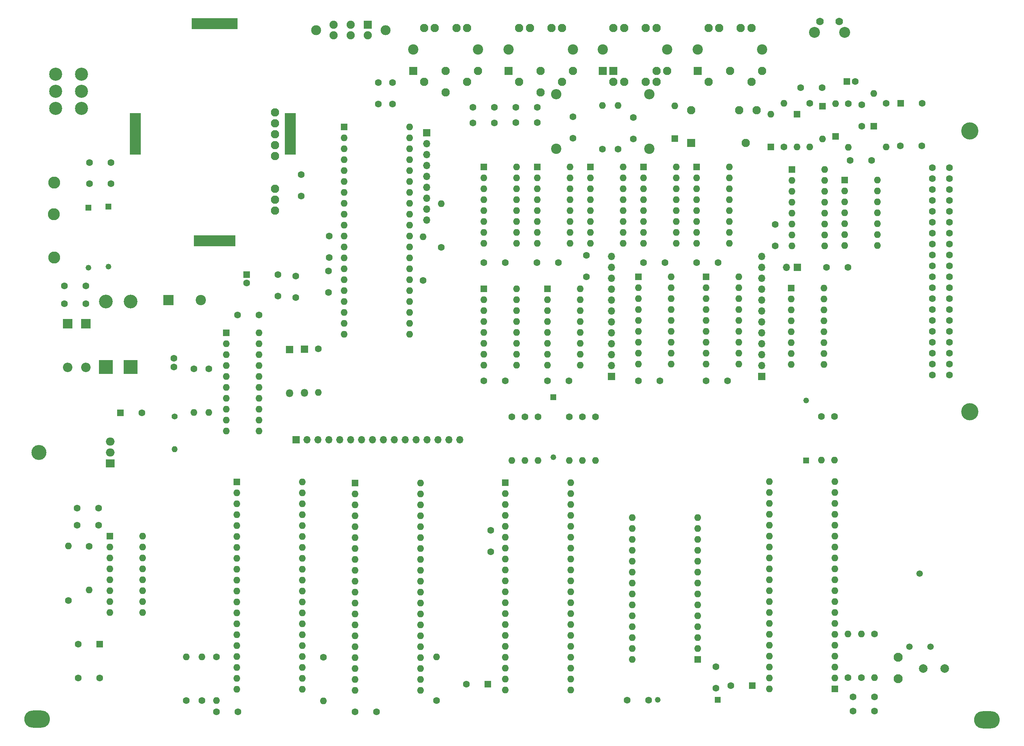
<source format=gbr>
%TF.GenerationSoftware,KiCad,Pcbnew,6.0.8-f2edbf62ab~116~ubuntu20.04.1*%
%TF.CreationDate,2022-10-23T21:23:01-04:00*%
%TF.ProjectId,coco2,636f636f-322e-46b6-9963-61645f706362,1.0.0*%
%TF.SameCoordinates,Original*%
%TF.FileFunction,Soldermask,Bot*%
%TF.FilePolarity,Negative*%
%FSLAX46Y46*%
G04 Gerber Fmt 4.6, Leading zero omitted, Abs format (unit mm)*
G04 Created by KiCad (PCBNEW 6.0.8-f2edbf62ab~116~ubuntu20.04.1) date 2022-10-23 21:23:01*
%MOMM*%
%LPD*%
G01*
G04 APERTURE LIST*
%ADD10C,1.600000*%
%ADD11R,1.600000X1.600000*%
%ADD12O,1.600000X1.600000*%
%ADD13R,1.800000X1.800000*%
%ADD14O,1.800000X1.800000*%
%ADD15R,1.320800X1.320800*%
%ADD16C,1.320800*%
%ADD17O,6.000000X4.000000*%
%ADD18O,3.500000X3.500000*%
%ADD19R,2.000000X1.905000*%
%ADD20O,2.000000X1.905000*%
%ADD21C,2.400000*%
%ADD22O,2.400000X2.400000*%
%ADD23C,2.100000*%
%ADD24R,1.950000X1.950000*%
%ADD25C,1.950000*%
%ADD26C,1.500000*%
%ADD27C,1.778000*%
%ADD28C,2.540000*%
%ADD29R,2.200000X2.200000*%
%ADD30O,2.200000X2.200000*%
%ADD31R,1.700000X1.700000*%
%ADD32O,1.700000X1.700000*%
%ADD33R,2.500000X9.750000*%
%ADD34R,9.750000X2.500000*%
%ADD35R,10.750000X2.500000*%
%ADD36R,3.200000X3.200000*%
%ADD37O,3.200000X3.200000*%
%ADD38R,2.400000X2.400000*%
%ADD39C,3.044000*%
%ADD40C,1.400000*%
%ADD41O,1.400000X1.400000*%
%ADD42C,4.000000*%
%ADD43C,1.600200*%
%ADD44C,2.000000*%
%ADD45C,2.794000*%
%ADD46R,1.905000X1.905000*%
%ADD47C,1.905000*%
%ADD48C,2.311400*%
G04 APERTURE END LIST*
D10*
%TO.C,C2*%
X140276400Y-202359000D03*
X135276400Y-202359000D03*
%TD*%
%TO.C,C4*%
X230826400Y-199609000D03*
X235826400Y-199609000D03*
%TD*%
%TO.C,C5*%
X238436400Y-125329000D03*
X233436400Y-125329000D03*
%TD*%
%TO.C,C6*%
X254236400Y-125329000D03*
X249236400Y-125329000D03*
%TD*%
%TO.C,C7*%
X276226400Y-57099000D03*
X271226400Y-57099000D03*
%TD*%
D11*
%TO.C,C8*%
X281941288Y-55639000D03*
D10*
X283941288Y-55639000D03*
%TD*%
D11*
%TO.C,C9*%
X198456400Y-195879000D03*
D10*
X193456400Y-195879000D03*
%TD*%
%TO.C,C10*%
X199126400Y-160119000D03*
X199126400Y-165119000D03*
%TD*%
D11*
%TO.C,C11*%
X259946400Y-196239000D03*
D10*
X254946400Y-196239000D03*
%TD*%
%TO.C,C14*%
X288386400Y-202189000D03*
X283386400Y-202189000D03*
%TD*%
%TO.C,C15*%
X288386400Y-198859000D03*
X283386400Y-198859000D03*
%TD*%
%TO.C,C16*%
X282256400Y-98869000D03*
X277256400Y-98869000D03*
%TD*%
%TO.C,C17*%
X285433066Y-66039000D03*
X285433066Y-61039000D03*
%TD*%
%TO.C,C18*%
X172486400Y-202349000D03*
X167486400Y-202349000D03*
%TD*%
D11*
%TO.C,C19*%
X142266400Y-100553888D03*
D10*
X142266400Y-102553888D03*
%TD*%
%TO.C,C20*%
X149571400Y-100578888D03*
X149571400Y-105578888D03*
%TD*%
%TO.C,C21*%
X153716400Y-100949000D03*
X153716400Y-105949000D03*
%TD*%
%TO.C,C22*%
X161476400Y-91589000D03*
X161476400Y-96589000D03*
%TD*%
%TO.C,C23*%
X154966400Y-82269000D03*
X154966400Y-77269000D03*
%TD*%
%TO.C,C25*%
X194936400Y-65239000D03*
X199936400Y-65239000D03*
%TD*%
%TO.C,C24*%
X194936400Y-61629000D03*
X199936400Y-61629000D03*
%TD*%
%TO.C,C26*%
X218186400Y-63809000D03*
X218186400Y-68809000D03*
%TD*%
%TO.C,C27*%
X204906400Y-65199000D03*
X209906400Y-65199000D03*
%TD*%
%TO.C,C28*%
X209906400Y-61659000D03*
X204906400Y-61659000D03*
%TD*%
%TO.C,C29*%
X176206400Y-55899000D03*
X176206400Y-60899000D03*
%TD*%
%TO.C,C30*%
X172966400Y-60899000D03*
X172966400Y-55899000D03*
%TD*%
%TO.C,C31*%
X161346400Y-104719000D03*
X161346400Y-99719000D03*
%TD*%
%TO.C,C32*%
X125356400Y-122049000D03*
X125356400Y-120049000D03*
%TD*%
%TO.C,C33*%
X232316400Y-68999000D03*
X232316400Y-63999000D03*
%TD*%
D11*
%TO.C,C34*%
X108046400Y-186619000D03*
D10*
X103046400Y-186619000D03*
%TD*%
%TO.C,C35*%
X103046400Y-194489000D03*
X108046400Y-194489000D03*
%TD*%
%TO.C,C37*%
X102786400Y-154909000D03*
X107786400Y-154909000D03*
%TD*%
D11*
%TO.C,C38*%
X112863749Y-132779000D03*
D10*
X117863749Y-132779000D03*
%TD*%
%TO.C,C39*%
X107786400Y-158889000D03*
X102786400Y-158889000D03*
%TD*%
%TO.C,C40*%
X104826400Y-103189000D03*
X99826400Y-103189000D03*
%TD*%
%TO.C,C41*%
X104826400Y-107349000D03*
X99826400Y-107349000D03*
%TD*%
%TO.C,C43*%
X105686400Y-79439000D03*
X110686400Y-79439000D03*
%TD*%
%TO.C,C44*%
X140191400Y-109974000D03*
X145191400Y-109974000D03*
%TD*%
%TO.C,C55*%
X287766400Y-74029000D03*
X282766400Y-74029000D03*
%TD*%
%TO.C,C1*%
X294446400Y-70589000D03*
X299446400Y-70589000D03*
%TD*%
D11*
%TO.C,D1*%
X276346400Y-61369000D03*
D12*
X276346400Y-68989000D03*
%TD*%
D11*
%TO.C,D2*%
X264256400Y-70889000D03*
D12*
X264256400Y-63269000D03*
%TD*%
D11*
%TO.C,D3*%
X270366400Y-63269000D03*
D12*
X270366400Y-70889000D03*
%TD*%
D11*
%TO.C,D4*%
X241926400Y-68929000D03*
D12*
X241926400Y-61309000D03*
%TD*%
D13*
%TO.C,D6*%
X155786400Y-117979000D03*
D14*
X155786400Y-128139000D03*
%TD*%
D15*
%TO.C,FB1*%
X110106400Y-84779000D03*
D16*
X110106400Y-98749000D03*
%TD*%
D15*
%TO.C,FB2*%
X105486400Y-84969000D03*
D16*
X105486400Y-98939000D03*
%TD*%
D15*
%TO.C,FB3*%
X251926400Y-199549000D03*
D16*
X237956400Y-199549000D03*
%TD*%
D17*
%TO.C,H999002*%
X314576805Y-204174000D03*
%TD*%
D18*
%TO.C,Q1*%
X93896400Y-141969000D03*
D19*
X110556400Y-144509000D03*
D20*
X110556400Y-141969000D03*
X110556400Y-139429000D03*
%TD*%
D10*
%TO.C,R1*%
X131836400Y-199759000D03*
D12*
X131836400Y-189599000D03*
%TD*%
D10*
%TO.C,R2*%
X160146400Y-189619000D03*
D12*
X160146400Y-199779000D03*
%TD*%
D10*
%TO.C,R3*%
X128256400Y-199699000D03*
D12*
X128256400Y-189539000D03*
%TD*%
D10*
%TO.C,R4*%
X133446400Y-122479000D03*
D12*
X133446400Y-132639000D03*
%TD*%
D21*
%TO.C,R5*%
X214316400Y-71249000D03*
D22*
X214316400Y-58549000D03*
%TD*%
D10*
%TO.C,R6*%
X183376400Y-101899000D03*
D12*
X183376400Y-91739000D03*
%TD*%
D10*
%TO.C,R7*%
X187616400Y-94209000D03*
D12*
X187616400Y-84049000D03*
%TD*%
D10*
%TO.C,R8*%
X158956400Y-117889000D03*
D12*
X158956400Y-128049000D03*
%TD*%
D10*
%TO.C,R9*%
X186476400Y-199709000D03*
D12*
X186476400Y-189549000D03*
%TD*%
D10*
%TO.C,R10*%
X135256400Y-189569000D03*
D12*
X135256400Y-199729000D03*
%TD*%
D10*
%TO.C,R11*%
X285346400Y-194429000D03*
D12*
X285346400Y-184269000D03*
%TD*%
D10*
%TO.C,R12*%
X282266400Y-194429000D03*
D12*
X282266400Y-184269000D03*
%TD*%
D10*
%TO.C,R13*%
X267356400Y-70899000D03*
D12*
X267356400Y-60739000D03*
%TD*%
D10*
%TO.C,R14*%
X273336400Y-60739000D03*
D12*
X273336400Y-70899000D03*
%TD*%
D10*
%TO.C,R15*%
X207056400Y-133659000D03*
D12*
X207056400Y-143819000D03*
%TD*%
D10*
%TO.C,R16*%
X210116400Y-133659000D03*
D12*
X210116400Y-143819000D03*
%TD*%
D10*
%TO.C,R17*%
X204016400Y-133659000D03*
D12*
X204016400Y-143819000D03*
%TD*%
D10*
%TO.C,R18*%
X217366400Y-133659000D03*
D12*
X217366400Y-143819000D03*
%TD*%
D10*
%TO.C,R19*%
X291146398Y-60739000D03*
D12*
X291146398Y-70899000D03*
%TD*%
D10*
%TO.C,R20*%
X220406400Y-133659000D03*
D12*
X220406400Y-143819000D03*
%TD*%
D10*
%TO.C,R21*%
X288426400Y-184269000D03*
D12*
X288426400Y-194429000D03*
%TD*%
D10*
%TO.C,R22*%
X130046400Y-122479000D03*
D12*
X130046400Y-132639000D03*
%TD*%
D21*
%TO.C,R23*%
X235996400Y-71299000D03*
D22*
X235996400Y-58599000D03*
%TD*%
D10*
%TO.C,R24*%
X105606400Y-163859000D03*
D12*
X105606400Y-174019000D03*
%TD*%
D10*
%TO.C,R25*%
X100756400Y-176449000D03*
D12*
X100756400Y-163749000D03*
%TD*%
D10*
%TO.C,R26*%
X228766400Y-71329000D03*
D12*
X228766400Y-61169000D03*
%TD*%
D10*
%TO.C,R27*%
X225126400Y-71329000D03*
D12*
X225126400Y-61169000D03*
%TD*%
D10*
%TO.C,R29*%
X282346400Y-60749000D03*
D12*
X282346400Y-70909000D03*
%TD*%
D10*
%TO.C,R31*%
X276046400Y-133609000D03*
D12*
X276046400Y-143769000D03*
%TD*%
D23*
%TO.C,TC1*%
X293956400Y-189639000D03*
X293956400Y-194639000D03*
%TD*%
D21*
%TO.C,JK3*%
X225166732Y-48199000D03*
X240166732Y-48199000D03*
D24*
X225166732Y-53199000D03*
X227666732Y-53199000D03*
D25*
X227666732Y-55699000D03*
X230166732Y-55699000D03*
X235166732Y-55699000D03*
X237666732Y-55699000D03*
X240166732Y-53199000D03*
X237666732Y-53199000D03*
X235166732Y-43199000D03*
X237666732Y-43199000D03*
X227666732Y-43199000D03*
X230166732Y-43199000D03*
%TD*%
D26*
%TO.C,X1*%
X301456400Y-187179000D03*
X296556400Y-187179000D03*
X298956400Y-170179000D03*
%TD*%
D11*
%TO.C,IC7*%
X110436400Y-161479000D03*
D12*
X110436400Y-164019000D03*
X110436400Y-166559000D03*
X110436400Y-169099000D03*
X110436400Y-171639000D03*
X110436400Y-174179000D03*
X110436400Y-176719000D03*
X110436400Y-179259000D03*
X118056400Y-179259000D03*
X118056400Y-176719000D03*
X118056400Y-174179000D03*
X118056400Y-171639000D03*
X118056400Y-169099000D03*
X118056400Y-166559000D03*
X118056400Y-164019000D03*
X118056400Y-161479000D03*
%TD*%
D27*
%TO.C,SW3*%
X280236400Y-41679000D03*
X275736400Y-41679000D03*
D28*
X281486400Y-44179000D03*
X274486400Y-44179000D03*
%TD*%
D11*
%TO.C,IC12*%
X269016400Y-103699000D03*
D12*
X269016400Y-106239000D03*
X269016400Y-108779000D03*
X269016400Y-111319000D03*
X269016400Y-113859000D03*
X269016400Y-116399000D03*
X269016400Y-118939000D03*
X269016400Y-121479000D03*
X276636400Y-121479000D03*
X276636400Y-118939000D03*
X276636400Y-116399000D03*
X276636400Y-113859000D03*
X276636400Y-111319000D03*
X276636400Y-108779000D03*
X276636400Y-106239000D03*
X276636400Y-103699000D03*
%TD*%
D11*
%TO.C,IC6*%
X137556400Y-114159000D03*
D12*
X137556400Y-116699000D03*
X137556400Y-119239000D03*
X137556400Y-121779000D03*
X137556400Y-124319000D03*
X137556400Y-126859000D03*
X137556400Y-129399000D03*
X137556400Y-131939000D03*
X137556400Y-134479000D03*
X137556400Y-137019000D03*
X145176400Y-137019000D03*
X145176400Y-134479000D03*
X145176400Y-131939000D03*
X145176400Y-129399000D03*
X145176400Y-126859000D03*
X145176400Y-124319000D03*
X145176400Y-121779000D03*
X145176400Y-119239000D03*
X145176400Y-116699000D03*
X145176400Y-114159000D03*
%TD*%
D11*
%TO.C,IC8*%
X247296400Y-190129000D03*
D12*
X247296400Y-187589000D03*
X247296400Y-185049000D03*
X247296400Y-182509000D03*
X247296400Y-179969000D03*
X247296400Y-177429000D03*
X247296400Y-174889000D03*
X247296400Y-172349000D03*
X247296400Y-169809000D03*
X247296400Y-167269000D03*
X247296400Y-164729000D03*
X247296400Y-162189000D03*
X247296400Y-159649000D03*
X247296400Y-157109000D03*
X232056400Y-157109000D03*
X232056400Y-159649000D03*
X232056400Y-162189000D03*
X232056400Y-164729000D03*
X232056400Y-167269000D03*
X232056400Y-169809000D03*
X232056400Y-172349000D03*
X232056400Y-174889000D03*
X232056400Y-177429000D03*
X232056400Y-179969000D03*
X232056400Y-182509000D03*
X232056400Y-185049000D03*
X232056400Y-187589000D03*
X232056400Y-190129000D03*
%TD*%
D11*
%TO.C,IC11*%
X249236400Y-101071500D03*
D12*
X249236400Y-103611500D03*
X249236400Y-106151500D03*
X249236400Y-108691500D03*
X249236400Y-111231500D03*
X249236400Y-113771500D03*
X249236400Y-116311500D03*
X249236400Y-118851500D03*
X249236400Y-121391500D03*
X256856400Y-121391500D03*
X256856400Y-118851500D03*
X256856400Y-116311500D03*
X256856400Y-113771500D03*
X256856400Y-111231500D03*
X256856400Y-108691500D03*
X256856400Y-106151500D03*
X256856400Y-103611500D03*
X256856400Y-101071500D03*
%TD*%
D29*
%TO.C,D9*%
X104846400Y-111989000D03*
D30*
X104846400Y-122149000D03*
%TD*%
D31*
%TO.C,CN2*%
X153826400Y-139029000D03*
D32*
X156366400Y-139029000D03*
X158906400Y-139029000D03*
X161446400Y-139029000D03*
X163986400Y-139029000D03*
X166526400Y-139029000D03*
X169066400Y-139029000D03*
X171606400Y-139029000D03*
X174146400Y-139029000D03*
X176686400Y-139029000D03*
X179226400Y-139029000D03*
X181766400Y-139029000D03*
X184306400Y-139029000D03*
X186846400Y-139029000D03*
X189386400Y-139029000D03*
X191926400Y-139029000D03*
%TD*%
D11*
%TO.C,IC2*%
X279176400Y-197039000D03*
D12*
X279176400Y-194499000D03*
X279176400Y-191959000D03*
X279176400Y-189419000D03*
X279176400Y-186879000D03*
X279176400Y-184339000D03*
X279176400Y-181799000D03*
X279176400Y-179259000D03*
X279176400Y-176719000D03*
X279176400Y-174179000D03*
X279176400Y-171639000D03*
X279176400Y-169099000D03*
X279176400Y-166559000D03*
X279176400Y-164019000D03*
X279176400Y-161479000D03*
X279176400Y-158939000D03*
X279176400Y-156399000D03*
X279176400Y-153859000D03*
X279176400Y-151319000D03*
X279176400Y-148779000D03*
X263936400Y-148779000D03*
X263936400Y-151319000D03*
X263936400Y-153859000D03*
X263936400Y-156399000D03*
X263936400Y-158939000D03*
X263936400Y-161479000D03*
X263936400Y-164019000D03*
X263936400Y-166559000D03*
X263936400Y-169099000D03*
X263936400Y-171639000D03*
X263936400Y-174179000D03*
X263936400Y-176719000D03*
X263936400Y-179259000D03*
X263936400Y-181799000D03*
X263936400Y-184339000D03*
X263936400Y-186879000D03*
X263936400Y-189419000D03*
X263936400Y-191959000D03*
X263936400Y-194499000D03*
X263936400Y-197039000D03*
%TD*%
D25*
%TO.C,MDV-6*%
X148846400Y-85679000D03*
X148846400Y-83139000D03*
X148846400Y-80599000D03*
X148846400Y-72979000D03*
X148846400Y-70439000D03*
X148846400Y-67899000D03*
X148846400Y-65359000D03*
X148846400Y-62819000D03*
D33*
X116346400Y-67799000D03*
X152446400Y-67799000D03*
D34*
X134821400Y-92674000D03*
D35*
X134821400Y-42174000D03*
%TD*%
D31*
%TO.C,CN3*%
X227176400Y-124281500D03*
D32*
X227176400Y-121741500D03*
X227176400Y-119201500D03*
X227176400Y-116661500D03*
X227176400Y-114121500D03*
X227176400Y-111581500D03*
X227176400Y-109041500D03*
X227176400Y-106501500D03*
X227176400Y-103961500D03*
X227176400Y-101421500D03*
X227176400Y-98881500D03*
X227176400Y-96341500D03*
%TD*%
D11*
%TO.C,IC1*%
X202486400Y-148989000D03*
D12*
X202486400Y-151529000D03*
X202486400Y-154069000D03*
X202486400Y-156609000D03*
X202486400Y-159149000D03*
X202486400Y-161689000D03*
X202486400Y-164229000D03*
X202486400Y-166769000D03*
X202486400Y-169309000D03*
X202486400Y-171849000D03*
X202486400Y-174389000D03*
X202486400Y-176929000D03*
X202486400Y-179469000D03*
X202486400Y-182009000D03*
X202486400Y-184549000D03*
X202486400Y-187089000D03*
X202486400Y-189629000D03*
X202486400Y-192169000D03*
X202486400Y-194709000D03*
X202486400Y-197249000D03*
X217726400Y-197249000D03*
X217726400Y-194709000D03*
X217726400Y-192169000D03*
X217726400Y-189629000D03*
X217726400Y-187089000D03*
X217726400Y-184549000D03*
X217726400Y-182009000D03*
X217726400Y-179469000D03*
X217726400Y-176929000D03*
X217726400Y-174389000D03*
X217726400Y-171849000D03*
X217726400Y-169309000D03*
X217726400Y-166769000D03*
X217726400Y-164229000D03*
X217726400Y-161689000D03*
X217726400Y-159149000D03*
X217726400Y-156609000D03*
X217726400Y-154069000D03*
X217726400Y-151529000D03*
X217726400Y-148989000D03*
%TD*%
D36*
%TO.C,D11*%
X109486400Y-122109000D03*
D37*
X109486400Y-106869000D03*
%TD*%
D11*
%TO.C,IC4*%
X139976400Y-148869000D03*
D12*
X139976400Y-151409000D03*
X139976400Y-153949000D03*
X139976400Y-156489000D03*
X139976400Y-159029000D03*
X139976400Y-161569000D03*
X139976400Y-164109000D03*
X139976400Y-166649000D03*
X139976400Y-169189000D03*
X139976400Y-171729000D03*
X139976400Y-174269000D03*
X139976400Y-176809000D03*
X139976400Y-179349000D03*
X139976400Y-181889000D03*
X139976400Y-184429000D03*
X139976400Y-186969000D03*
X139976400Y-189509000D03*
X139976400Y-192049000D03*
X139976400Y-194589000D03*
X139976400Y-197129000D03*
X155216400Y-197129000D03*
X155216400Y-194589000D03*
X155216400Y-192049000D03*
X155216400Y-189509000D03*
X155216400Y-186969000D03*
X155216400Y-184429000D03*
X155216400Y-181889000D03*
X155216400Y-179349000D03*
X155216400Y-176809000D03*
X155216400Y-174269000D03*
X155216400Y-171729000D03*
X155216400Y-169189000D03*
X155216400Y-166649000D03*
X155216400Y-164109000D03*
X155216400Y-161569000D03*
X155216400Y-159029000D03*
X155216400Y-156489000D03*
X155216400Y-153949000D03*
X155216400Y-151409000D03*
X155216400Y-148869000D03*
%TD*%
D11*
%TO.C,IC5*%
X167486400Y-149059000D03*
D12*
X167486400Y-151599000D03*
X167486400Y-154139000D03*
X167486400Y-156679000D03*
X167486400Y-159219000D03*
X167486400Y-161759000D03*
X167486400Y-164299000D03*
X167486400Y-166839000D03*
X167486400Y-169379000D03*
X167486400Y-171919000D03*
X167486400Y-174459000D03*
X167486400Y-176999000D03*
X167486400Y-179539000D03*
X167486400Y-182079000D03*
X167486400Y-184619000D03*
X167486400Y-187159000D03*
X167486400Y-189699000D03*
X167486400Y-192239000D03*
X167486400Y-194779000D03*
X167486400Y-197319000D03*
X182726400Y-197319000D03*
X182726400Y-194779000D03*
X182726400Y-192239000D03*
X182726400Y-189699000D03*
X182726400Y-187159000D03*
X182726400Y-184619000D03*
X182726400Y-182079000D03*
X182726400Y-179539000D03*
X182726400Y-176999000D03*
X182726400Y-174459000D03*
X182726400Y-171919000D03*
X182726400Y-169379000D03*
X182726400Y-166839000D03*
X182726400Y-164299000D03*
X182726400Y-161759000D03*
X182726400Y-159219000D03*
X182726400Y-156679000D03*
X182726400Y-154139000D03*
X182726400Y-151599000D03*
X182726400Y-149059000D03*
%TD*%
D36*
%TO.C,D10*%
X115296400Y-122049000D03*
D37*
X115296400Y-106809000D03*
%TD*%
D21*
%TO.C,JK4*%
X247296400Y-48199000D03*
X262296400Y-48199000D03*
D24*
X247296400Y-53199000D03*
D25*
X254796400Y-53199000D03*
X262296400Y-53199000D03*
X249796400Y-55699000D03*
X259796400Y-55699000D03*
X259796400Y-43199000D03*
X257296400Y-43199000D03*
X252296400Y-43199000D03*
X249796400Y-43199000D03*
%TD*%
D29*
%TO.C,D8*%
X100606400Y-111969000D03*
D30*
X100606400Y-122129000D03*
%TD*%
D21*
%TO.C,JK2*%
X196096400Y-48199000D03*
X181096400Y-48199000D03*
D24*
X181096400Y-53199000D03*
D25*
X183596400Y-55699000D03*
X188596400Y-53199000D03*
X193596400Y-55699000D03*
X196096400Y-53199000D03*
X188596400Y-58199000D03*
X193596400Y-43199000D03*
X191096400Y-43199000D03*
X186096400Y-43199000D03*
X183596400Y-43199000D03*
%TD*%
D21*
%TO.C,JK1*%
X218226066Y-48199000D03*
X203226066Y-48199000D03*
D24*
X203226066Y-53199000D03*
D25*
X205726066Y-55699000D03*
X210726066Y-53199000D03*
X215726066Y-55699000D03*
X218226066Y-53199000D03*
X210726066Y-58199000D03*
X215726066Y-43199000D03*
X213226066Y-43199000D03*
X208226066Y-43199000D03*
X205726066Y-43199000D03*
%TD*%
D11*
%TO.C,IC10*%
X233436400Y-101121500D03*
D12*
X233436400Y-103661500D03*
X233436400Y-106201500D03*
X233436400Y-108741500D03*
X233436400Y-111281500D03*
X233436400Y-113821500D03*
X233436400Y-116361500D03*
X233436400Y-118901500D03*
X233436400Y-121441500D03*
X241056400Y-121441500D03*
X241056400Y-118901500D03*
X241056400Y-116361500D03*
X241056400Y-113821500D03*
X241056400Y-111281500D03*
X241056400Y-108741500D03*
X241056400Y-106201500D03*
X241056400Y-103661500D03*
X241056400Y-101121500D03*
%TD*%
D38*
%TO.C,C36*%
X124116400Y-106489000D03*
D21*
X131616400Y-106489000D03*
%TD*%
D25*
%TO.C,RY1*%
X258476400Y-69949000D03*
X256952400Y-62329000D03*
X261016400Y-62329000D03*
D24*
X245776400Y-69949000D03*
D25*
X245776400Y-62329000D03*
%TD*%
D31*
%TO.C,CN4*%
X262176400Y-124281500D03*
D32*
X262176400Y-121741500D03*
X262176400Y-119201500D03*
X262176400Y-116661500D03*
X262176400Y-114121500D03*
X262176400Y-111581500D03*
X262176400Y-109041500D03*
X262176400Y-106501500D03*
X262176400Y-103961500D03*
X262176400Y-101421500D03*
X262176400Y-98881500D03*
X262176400Y-96341500D03*
%TD*%
D39*
%TO.C,SW1*%
X97840000Y-53929000D03*
X97840000Y-57929000D03*
X97840000Y-61929000D03*
X103840000Y-53929000D03*
X103840000Y-57929000D03*
X103840000Y-61929000D03*
%TD*%
D10*
%TO.C,C42*%
X105736400Y-74519000D03*
X110736400Y-74519000D03*
%TD*%
D40*
%TO.C,R28*%
X125546400Y-133629000D03*
D41*
X125546400Y-141249000D03*
%TD*%
D13*
%TO.C,D5*%
X152296400Y-118019000D03*
D14*
X152296400Y-128179000D03*
%TD*%
D42*
%TO.C,CN1*%
X310575400Y-132501500D03*
X310575400Y-67096500D03*
D43*
X301914000Y-75669000D03*
X305876400Y-75669000D03*
X301914000Y-78209000D03*
X305876400Y-78209000D03*
X301914000Y-80749000D03*
X305876400Y-80749000D03*
X301914000Y-83289000D03*
X305876400Y-83289000D03*
X301914000Y-85829000D03*
X305876400Y-85829000D03*
X301914000Y-88369000D03*
X305876400Y-88369000D03*
X301914000Y-90909000D03*
X305876400Y-90909000D03*
X301914000Y-93449000D03*
X305876400Y-93449000D03*
X301914000Y-95989000D03*
X305876400Y-95989000D03*
X301914000Y-98529000D03*
X305876400Y-98529000D03*
X301914000Y-101069000D03*
X305876400Y-101069000D03*
X301914000Y-103609000D03*
X305876400Y-103609000D03*
X301914000Y-106149000D03*
X305876400Y-106149000D03*
X301914000Y-108689000D03*
X305876400Y-108689000D03*
X301914000Y-111229000D03*
X305876400Y-111229000D03*
X301914000Y-113769000D03*
X305876400Y-113769000D03*
X301914000Y-116309000D03*
X305876400Y-116309000D03*
X301914000Y-118849000D03*
X305876400Y-118849000D03*
X301914000Y-121389000D03*
X305876400Y-121389000D03*
X301914000Y-123929000D03*
X305876400Y-123929000D03*
%TD*%
D10*
%TO.C,R30*%
X279106400Y-133609000D03*
D12*
X279106400Y-143769000D03*
%TD*%
D15*
%TO.C,FB5*%
X213676400Y-129089000D03*
D16*
X213676400Y-143059000D03*
%TD*%
D44*
%TO.C,C13*%
X299746400Y-192269000D03*
X304746400Y-192269000D03*
%TD*%
D17*
%TO.C,H999003*%
X93554476Y-204049000D03*
%TD*%
D15*
%TO.C,FB4*%
X272476400Y-143859000D03*
D16*
X272476400Y-129889000D03*
%TD*%
D10*
%TO.C,C12*%
X251486400Y-191869000D03*
X251486400Y-196869000D03*
%TD*%
D45*
%TO.C,A1*%
X97476400Y-79169000D03*
%TD*%
%TO.C,A2*%
X97406400Y-86529000D03*
%TD*%
%TO.C,A3*%
X97476400Y-96599000D03*
%TD*%
D11*
%TO.C,IC14*%
X197516400Y-103899000D03*
D12*
X197516400Y-106439000D03*
X197516400Y-108979000D03*
X197516400Y-111519000D03*
X197516400Y-114059000D03*
X197516400Y-116599000D03*
X197516400Y-119139000D03*
X197516400Y-121679000D03*
X205136400Y-121679000D03*
X205136400Y-119139000D03*
X205136400Y-116599000D03*
X205136400Y-114059000D03*
X205136400Y-111519000D03*
X205136400Y-108979000D03*
X205136400Y-106439000D03*
X205136400Y-103899000D03*
%TD*%
D10*
%TO.C,C50*%
X252006400Y-97759000D03*
X247006400Y-97759000D03*
%TD*%
D11*
%TO.C,D7*%
X279326400Y-68379000D03*
D12*
X279326400Y-60759000D03*
%TD*%
D10*
%TO.C,C45*%
X217306400Y-125329000D03*
X212306400Y-125329000D03*
%TD*%
%TO.C,C53*%
X202516400Y-125329000D03*
X197516400Y-125329000D03*
%TD*%
D11*
%TO.C,IC22*%
X281516400Y-78599000D03*
D12*
X281516400Y-81139000D03*
X281516400Y-83679000D03*
X281516400Y-86219000D03*
X281516400Y-88759000D03*
X281516400Y-91299000D03*
X281516400Y-93839000D03*
X289136400Y-93839000D03*
X289136400Y-91299000D03*
X289136400Y-88759000D03*
X289136400Y-86219000D03*
X289136400Y-83679000D03*
X289136400Y-81139000D03*
X289136400Y-78599000D03*
%TD*%
D11*
%TO.C,IC16*%
X209891400Y-75499000D03*
D12*
X209891400Y-78039000D03*
X209891400Y-80579000D03*
X209891400Y-83119000D03*
X209891400Y-85659000D03*
X209891400Y-88199000D03*
X209891400Y-90739000D03*
X209891400Y-93279000D03*
X217511400Y-93279000D03*
X217511400Y-90739000D03*
X217511400Y-88199000D03*
X217511400Y-85659000D03*
X217511400Y-83119000D03*
X217511400Y-80579000D03*
X217511400Y-78039000D03*
X217511400Y-75499000D03*
%TD*%
D11*
%TO.C,IC20*%
X247016400Y-75499000D03*
D12*
X247016400Y-78039000D03*
X247016400Y-80579000D03*
X247016400Y-83119000D03*
X247016400Y-85659000D03*
X247016400Y-88199000D03*
X247016400Y-90739000D03*
X247016400Y-93279000D03*
X254636400Y-93279000D03*
X254636400Y-90739000D03*
X254636400Y-88199000D03*
X254636400Y-85659000D03*
X254636400Y-83119000D03*
X254636400Y-80579000D03*
X254636400Y-78039000D03*
X254636400Y-75499000D03*
%TD*%
D11*
%TO.C,C54*%
X294483749Y-60679000D03*
D10*
X299483749Y-60679000D03*
%TD*%
D11*
%TO.C,IC19*%
X222266400Y-75499000D03*
D12*
X222266400Y-78039000D03*
X222266400Y-80579000D03*
X222266400Y-83119000D03*
X222266400Y-85659000D03*
X222266400Y-88199000D03*
X222266400Y-90739000D03*
X222266400Y-93279000D03*
X229886400Y-93279000D03*
X229886400Y-90739000D03*
X229886400Y-88199000D03*
X229886400Y-85659000D03*
X229886400Y-83119000D03*
X229886400Y-80579000D03*
X229886400Y-78039000D03*
X229886400Y-75499000D03*
%TD*%
D11*
%TO.C,IC17*%
X197516400Y-75499000D03*
D12*
X197516400Y-78039000D03*
X197516400Y-80579000D03*
X197516400Y-83119000D03*
X197516400Y-85659000D03*
X197516400Y-88199000D03*
X197516400Y-90739000D03*
X197516400Y-93279000D03*
X205136400Y-93279000D03*
X205136400Y-90739000D03*
X205136400Y-88199000D03*
X205136400Y-85659000D03*
X205136400Y-83119000D03*
X205136400Y-80579000D03*
X205136400Y-78039000D03*
X205136400Y-75499000D03*
%TD*%
D10*
%TO.C,C48*%
X239646400Y-97759000D03*
X234646400Y-97759000D03*
%TD*%
D11*
%TO.C,D12*%
X288286400Y-66049000D03*
D12*
X288286400Y-58429000D03*
%TD*%
D10*
%TO.C,C46*%
X214836400Y-97759000D03*
X209836400Y-97759000D03*
%TD*%
D31*
%TO.C,J7*%
X270456400Y-98869000D03*
D32*
X267916400Y-98869000D03*
%TD*%
D31*
%TO.C,J8*%
X184216400Y-67549000D03*
D32*
X184216400Y-70089000D03*
X184216400Y-72629000D03*
X184216400Y-75169000D03*
X184216400Y-77709000D03*
X184216400Y-80249000D03*
X184216400Y-82789000D03*
X184216400Y-85329000D03*
X184216400Y-87869000D03*
%TD*%
D10*
%TO.C,C51*%
X265266400Y-88879000D03*
X265266400Y-93879000D03*
%TD*%
D11*
%TO.C,IC21*%
X269216400Y-76099000D03*
D12*
X269216400Y-78639000D03*
X269216400Y-81179000D03*
X269216400Y-83719000D03*
X269216400Y-86259000D03*
X269216400Y-88799000D03*
X269216400Y-91339000D03*
X269216400Y-93879000D03*
X276836400Y-93879000D03*
X276836400Y-91339000D03*
X276836400Y-88799000D03*
X276836400Y-86259000D03*
X276836400Y-83719000D03*
X276836400Y-81179000D03*
X276836400Y-78639000D03*
X276836400Y-76099000D03*
%TD*%
D46*
%TO.C,SW2*%
X170516400Y-42409000D03*
D47*
X166516400Y-42409000D03*
X162516401Y-42409000D03*
X162516401Y-44909000D03*
X166516400Y-44909000D03*
X170516400Y-44909000D03*
D48*
X174616401Y-43659000D03*
X158416400Y-43659000D03*
%TD*%
D10*
%TO.C,R32*%
X223456400Y-133659000D03*
D12*
X223456400Y-143819000D03*
%TD*%
D11*
%TO.C,IC18*%
X234641400Y-75499000D03*
D12*
X234641400Y-78039000D03*
X234641400Y-80579000D03*
X234641400Y-83119000D03*
X234641400Y-85659000D03*
X234641400Y-88199000D03*
X234641400Y-90739000D03*
X234641400Y-93279000D03*
X242261400Y-93279000D03*
X242261400Y-90739000D03*
X242261400Y-88199000D03*
X242261400Y-85659000D03*
X242261400Y-83119000D03*
X242261400Y-80579000D03*
X242261400Y-78039000D03*
X242261400Y-75499000D03*
%TD*%
D10*
%TO.C,C49*%
X221336400Y-101059000D03*
X221336400Y-96059000D03*
%TD*%
%TO.C,C47*%
X202496400Y-97759000D03*
X197496400Y-97759000D03*
%TD*%
D11*
%TO.C,IC3*%
X164966400Y-66174000D03*
D12*
X164966400Y-68714000D03*
X164966400Y-71254000D03*
X164966400Y-73794000D03*
X164966400Y-76334000D03*
X164966400Y-78874000D03*
X164966400Y-81414000D03*
X164966400Y-83954000D03*
X164966400Y-86494000D03*
X164966400Y-89034000D03*
X164966400Y-91574000D03*
X164966400Y-94114000D03*
X164966400Y-96654000D03*
X164966400Y-99194000D03*
X164966400Y-101734000D03*
X164966400Y-104274000D03*
X164966400Y-106814000D03*
X164966400Y-109354000D03*
X164966400Y-111894000D03*
X164966400Y-114434000D03*
X180206400Y-114434000D03*
X180206400Y-111894000D03*
X180206400Y-109354000D03*
X180206400Y-106814000D03*
X180206400Y-104274000D03*
X180206400Y-101734000D03*
X180206400Y-99194000D03*
X180206400Y-96654000D03*
X180206400Y-94114000D03*
X180206400Y-91574000D03*
X180206400Y-89034000D03*
X180206400Y-86494000D03*
X180206400Y-83954000D03*
X180206400Y-81414000D03*
X180206400Y-78874000D03*
X180206400Y-76334000D03*
X180206400Y-73794000D03*
X180206400Y-71254000D03*
X180206400Y-68714000D03*
X180206400Y-66174000D03*
%TD*%
D11*
%TO.C,IC15*%
X212316400Y-103899000D03*
D12*
X212316400Y-106439000D03*
X212316400Y-108979000D03*
X212316400Y-111519000D03*
X212316400Y-114059000D03*
X212316400Y-116599000D03*
X212316400Y-119139000D03*
X212316400Y-121679000D03*
X219936400Y-121679000D03*
X219936400Y-119139000D03*
X219936400Y-116599000D03*
X219936400Y-114059000D03*
X219936400Y-111519000D03*
X219936400Y-108979000D03*
X219936400Y-106439000D03*
X219936400Y-103899000D03*
%TD*%
M02*

</source>
